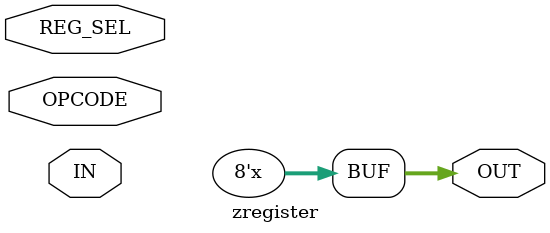
<source format=v>

module zregister (
    input [7:0] IN,
    input OPCODE,  // reading or writing
    input [1:0] REG_SEL,  // which register to read/write

    output reg [7:0] OUT
);

  // registers 8 bits wide, an array of 4 of them
  reg [7:0] registers[0:3];

  // reading from the register file
  always @(*) begin
    case (OPCODE)
      0:  // read
      OUT = registers[REG_SEL];
      1:  // write
      registers[REG_SEL] = IN;
      default: OUT = 8'b0;
    endcase
  end

endmodule

</source>
